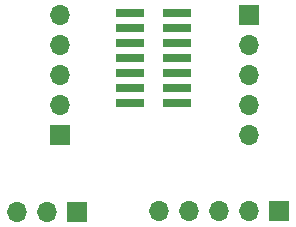
<source format=gbr>
%TF.GenerationSoftware,KiCad,Pcbnew,7.0.8-7.0.8~ubuntu22.04.1*%
%TF.CreationDate,2023-10-21T11:13:45+02:00*%
%TF.ProjectId,st_adap,73745f61-6461-4702-9e6b-696361645f70,rev?*%
%TF.SameCoordinates,Original*%
%TF.FileFunction,Soldermask,Top*%
%TF.FilePolarity,Negative*%
%FSLAX46Y46*%
G04 Gerber Fmt 4.6, Leading zero omitted, Abs format (unit mm)*
G04 Created by KiCad (PCBNEW 7.0.8-7.0.8~ubuntu22.04.1) date 2023-10-21 11:13:45*
%MOMM*%
%LPD*%
G01*
G04 APERTURE LIST*
%ADD10R,2.400000X0.740000*%
%ADD11R,1.700000X1.700000*%
%ADD12O,1.700000X1.700000*%
G04 APERTURE END LIST*
D10*
%TO.C,J1*%
X206000000Y-97790000D03*
X209900000Y-97790000D03*
X206000000Y-99060000D03*
X209900000Y-99060000D03*
X206000000Y-100330000D03*
X209900000Y-100330000D03*
X206000000Y-101600000D03*
X209900000Y-101600000D03*
X206000000Y-102870000D03*
X209900000Y-102870000D03*
X206000000Y-104140000D03*
X209900000Y-104140000D03*
X206000000Y-105410000D03*
X209900000Y-105410000D03*
%TD*%
D11*
%TO.C,J5*%
X201480000Y-114600000D03*
D12*
X198940000Y-114600000D03*
X196400000Y-114600000D03*
%TD*%
D11*
%TO.C,J2*%
X216000000Y-98000000D03*
D12*
X216000000Y-100540000D03*
X216000000Y-103080000D03*
X216000000Y-105620000D03*
X216000000Y-108160000D03*
%TD*%
D11*
%TO.C,J4*%
X218550000Y-114550000D03*
D12*
X216010000Y-114550000D03*
X213470000Y-114550000D03*
X210930000Y-114550000D03*
X208390000Y-114550000D03*
%TD*%
D11*
%TO.C,J3*%
X200000000Y-108160000D03*
D12*
X200000000Y-105620000D03*
X200000000Y-103080000D03*
X200000000Y-100540000D03*
X200000000Y-98000000D03*
%TD*%
M02*

</source>
